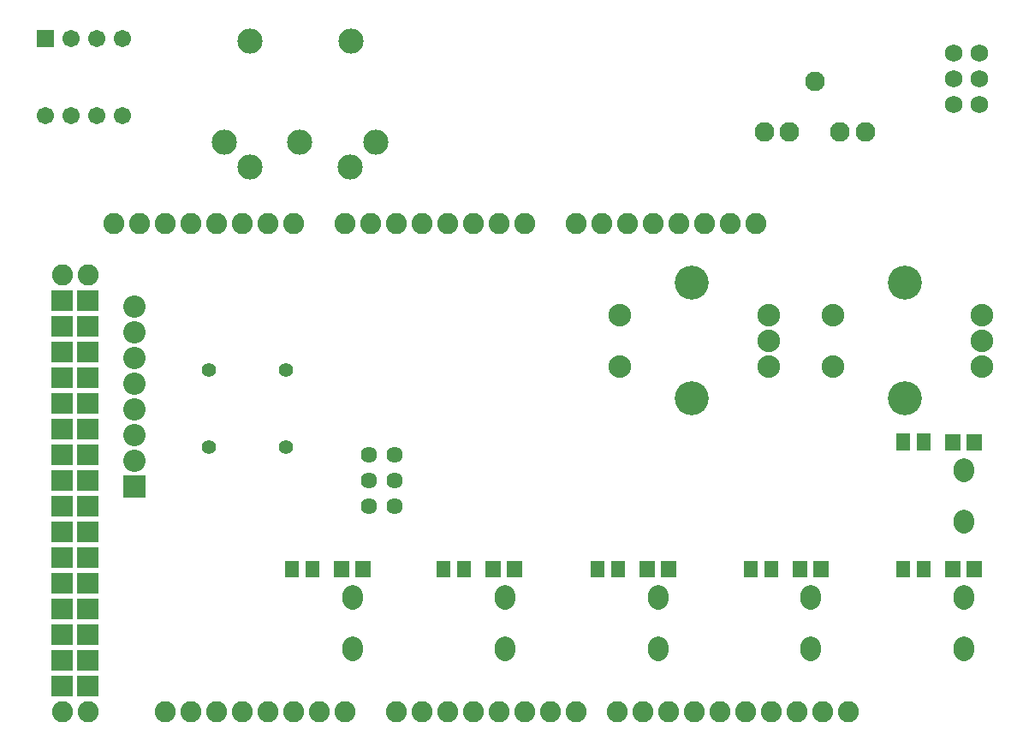
<source format=gts>
G04 Layer: TopSolderMaskLayer*
G04 EasyEDA v6.4.31, 2022-02-04 23:24:27*
G04 1551f2279af443638085206af3fd0dcc,e8ed4560e5824e1ea3c46bb2bbde2574,10*
G04 Gerber Generator version 0.2*
G04 Scale: 100 percent, Rotated: No, Reflected: No *
G04 Dimensions in millimeters *
G04 leading zeros omitted , absolute positions ,4 integer and 5 decimal *
%FSLAX45Y45*%
%MOMM*%

%ADD49C,2.0032*%
%ADD50C,2.4892*%
%ADD52C,1.7032*%
%ADD53C,1.7272*%
%ADD54C,1.9533*%
%ADD55C,1.4031*%
%ADD57C,2.2032*%
%ADD58C,2.0828*%
%ADD60C,1.6180*%
%ADD61C,2.2352*%
%ADD62C,3.3528*%

%LPD*%
D49*
X4622800Y-13759500D02*
G01*
X4622800Y-13799499D01*
X4622800Y-14267500D02*
G01*
X4622800Y-14307499D01*
X6134100Y-13759500D02*
G01*
X6134100Y-13799499D01*
X6134100Y-14267500D02*
G01*
X6134100Y-14307499D01*
X7645400Y-13759500D02*
G01*
X7645400Y-13799499D01*
X7645400Y-14267500D02*
G01*
X7645400Y-14307499D01*
X9156700Y-13759500D02*
G01*
X9156700Y-13799499D01*
X9156700Y-14267500D02*
G01*
X9156700Y-14307499D01*
X10668000Y-13759500D02*
G01*
X10668000Y-13799499D01*
X10668000Y-14267500D02*
G01*
X10668000Y-14307499D01*
X10668000Y-12502200D02*
G01*
X10668000Y-12542199D01*
X10668000Y-13010200D02*
G01*
X10668000Y-13050199D01*
D50*
G01*
X4103370Y-9276079D03*
G01*
X4852670Y-9276079D03*
G01*
X3351529Y-9276079D03*
G01*
X3605529Y-9527539D03*
G01*
X4603750Y-9527539D03*
G01*
X3605529Y-8277860D03*
G01*
X4606290Y-8277860D03*
G36*
X1502410Y-8340089D02*
G01*
X1502410Y-8169910D01*
X1672589Y-8169910D01*
X1672589Y-8340089D01*
G37*
D52*
G01*
X1841500Y-8255000D03*
G01*
X2095500Y-8255000D03*
G01*
X2349500Y-8255000D03*
G01*
X1587500Y-9017000D03*
G01*
X1841500Y-9017000D03*
G01*
X2095500Y-9017000D03*
G01*
X2349500Y-9017000D03*
D53*
G01*
X10566400Y-8394700D03*
G01*
X10566400Y-8648700D03*
G01*
X10566400Y-8902700D03*
G01*
X10820400Y-8902700D03*
G01*
X10820400Y-8648700D03*
G01*
X10820400Y-8394700D03*
D54*
G01*
X9194800Y-8678037D03*
G01*
X8694674Y-9178162D03*
G01*
X8944863Y-9178162D03*
G01*
X9694925Y-9178162D03*
G01*
X9444736Y-9178162D03*
D55*
G01*
X3962400Y-11531600D03*
G01*
X3962400Y-12293600D03*
G01*
X3200400Y-12293600D03*
G01*
X3200400Y-11531600D03*
G36*
X2353310Y-12790424D02*
G01*
X2353310Y-12569952D01*
X2573781Y-12569952D01*
X2573781Y-12790424D01*
G37*
D57*
G01*
X2463545Y-12426187D03*
G01*
X2463545Y-12172187D03*
G01*
X2463545Y-11918187D03*
G01*
X2463545Y-11664187D03*
G01*
X2463545Y-11410187D03*
G01*
X2463545Y-11156187D03*
G01*
X2463545Y-10902187D03*
D58*
G01*
X3784600Y-10083800D03*
G01*
X3530600Y-10083800D03*
G01*
X3276600Y-10083800D03*
G01*
X3022600Y-10083800D03*
G01*
X2768600Y-10083800D03*
G01*
X2514600Y-10083800D03*
G01*
X2260600Y-10083800D03*
G01*
X4038600Y-10083800D03*
G01*
X4292600Y-14909800D03*
G01*
X4038600Y-14909800D03*
G01*
X3784600Y-14909800D03*
G01*
X3530600Y-14909800D03*
G01*
X3276600Y-14909800D03*
G01*
X3022600Y-14909800D03*
G01*
X2768600Y-14909800D03*
G01*
X4546600Y-14909800D03*
G01*
X6070600Y-10083800D03*
G01*
X5816600Y-10083800D03*
G01*
X5562600Y-10083800D03*
G01*
X5308600Y-10083800D03*
G01*
X5054600Y-10083800D03*
G01*
X4800600Y-10083800D03*
G01*
X4546600Y-10083800D03*
G01*
X6324600Y-10083800D03*
G01*
X6578600Y-14909800D03*
G01*
X6324600Y-14909800D03*
G01*
X6070600Y-14909800D03*
G01*
X5816600Y-14909800D03*
G01*
X5562600Y-14909800D03*
G01*
X5308600Y-14909800D03*
G01*
X5054600Y-14909800D03*
G01*
X6832600Y-14909800D03*
G01*
X8763000Y-14909800D03*
G01*
X8509000Y-14909800D03*
G01*
X8255000Y-14909800D03*
G01*
X8001000Y-14909800D03*
G01*
X7747000Y-14909800D03*
G01*
X7493000Y-14909800D03*
G01*
X7239000Y-14909800D03*
G01*
X9017000Y-14909800D03*
G36*
X1648460Y-12981939D02*
G01*
X1648460Y-12773660D01*
X1856739Y-12773660D01*
X1856739Y-12981939D01*
G37*
G36*
X1902460Y-12981939D02*
G01*
X1902460Y-12773660D01*
X2110739Y-12773660D01*
X2110739Y-12981939D01*
G37*
G36*
X1648460Y-13235939D02*
G01*
X1648460Y-13027660D01*
X1856739Y-13027660D01*
X1856739Y-13235939D01*
G37*
G36*
X1902460Y-13235939D02*
G01*
X1902460Y-13027660D01*
X2110739Y-13027660D01*
X2110739Y-13235939D01*
G37*
G36*
X1648460Y-13489939D02*
G01*
X1648460Y-13281660D01*
X1856739Y-13281660D01*
X1856739Y-13489939D01*
G37*
G36*
X1902460Y-13489939D02*
G01*
X1902460Y-13281660D01*
X2110739Y-13281660D01*
X2110739Y-13489939D01*
G37*
G36*
X1648460Y-13743939D02*
G01*
X1648460Y-13535660D01*
X1856739Y-13535660D01*
X1856739Y-13743939D01*
G37*
G36*
X1902460Y-13743939D02*
G01*
X1902460Y-13535660D01*
X2110739Y-13535660D01*
X2110739Y-13743939D01*
G37*
G36*
X1648460Y-13997939D02*
G01*
X1648460Y-13789660D01*
X1856739Y-13789660D01*
X1856739Y-13997939D01*
G37*
G36*
X1902460Y-13997939D02*
G01*
X1902460Y-13789660D01*
X2110739Y-13789660D01*
X2110739Y-13997939D01*
G37*
G36*
X1648460Y-14251939D02*
G01*
X1648460Y-14043660D01*
X1856739Y-14043660D01*
X1856739Y-14251939D01*
G37*
G36*
X1902460Y-14251939D02*
G01*
X1902460Y-14043660D01*
X2110739Y-14043660D01*
X2110739Y-14251939D01*
G37*
G36*
X1648460Y-14505939D02*
G01*
X1648460Y-14297660D01*
X1856739Y-14297660D01*
X1856739Y-14505939D01*
G37*
G36*
X1902460Y-14505939D02*
G01*
X1902460Y-14297660D01*
X2110739Y-14297660D01*
X2110739Y-14505939D01*
G37*
G36*
X1648460Y-14759939D02*
G01*
X1648460Y-14551660D01*
X1856739Y-14551660D01*
X1856739Y-14759939D01*
G37*
G36*
X1902460Y-14759939D02*
G01*
X1902460Y-14551660D01*
X2110739Y-14551660D01*
X2110739Y-14759939D01*
G37*
G36*
X1648460Y-10949939D02*
G01*
X1648460Y-10741660D01*
X1856739Y-10741660D01*
X1856739Y-10949939D01*
G37*
G36*
X1902460Y-10949939D02*
G01*
X1902460Y-10741660D01*
X2110739Y-10741660D01*
X2110739Y-10949939D01*
G37*
G36*
X1648460Y-11203939D02*
G01*
X1648460Y-10995660D01*
X1856739Y-10995660D01*
X1856739Y-11203939D01*
G37*
G36*
X1902460Y-11203939D02*
G01*
X1902460Y-10995660D01*
X2110739Y-10995660D01*
X2110739Y-11203939D01*
G37*
G36*
X1648460Y-11457939D02*
G01*
X1648460Y-11249660D01*
X1856739Y-11249660D01*
X1856739Y-11457939D01*
G37*
G36*
X1902460Y-11457939D02*
G01*
X1902460Y-11249660D01*
X2110739Y-11249660D01*
X2110739Y-11457939D01*
G37*
G36*
X1648460Y-11711939D02*
G01*
X1648460Y-11503660D01*
X1856739Y-11503660D01*
X1856739Y-11711939D01*
G37*
G36*
X1902460Y-11711939D02*
G01*
X1902460Y-11503660D01*
X2110739Y-11503660D01*
X2110739Y-11711939D01*
G37*
G36*
X1648460Y-11965939D02*
G01*
X1648460Y-11757660D01*
X1856739Y-11757660D01*
X1856739Y-11965939D01*
G37*
G36*
X1902460Y-11965939D02*
G01*
X1902460Y-11757660D01*
X2110739Y-11757660D01*
X2110739Y-11965939D01*
G37*
G36*
X1648460Y-12219939D02*
G01*
X1648460Y-12011660D01*
X1856739Y-12011660D01*
X1856739Y-12219939D01*
G37*
G36*
X1902460Y-12219939D02*
G01*
X1902460Y-12011660D01*
X2110739Y-12011660D01*
X2110739Y-12219939D01*
G37*
G36*
X1648460Y-12473939D02*
G01*
X1648460Y-12265660D01*
X1856739Y-12265660D01*
X1856739Y-12473939D01*
G37*
G36*
X1902460Y-12473939D02*
G01*
X1902460Y-12265660D01*
X2110739Y-12265660D01*
X2110739Y-12473939D01*
G37*
G36*
X1648460Y-12727939D02*
G01*
X1648460Y-12519660D01*
X1856739Y-12519660D01*
X1856739Y-12727939D01*
G37*
G36*
X1902460Y-12727939D02*
G01*
X1902460Y-12519660D01*
X2110739Y-12519660D01*
X2110739Y-12727939D01*
G37*
G01*
X2006600Y-10591800D03*
G01*
X1752600Y-10591800D03*
G01*
X2006600Y-14909800D03*
G01*
X1752600Y-14909800D03*
G01*
X8102600Y-10083800D03*
G01*
X7848600Y-10083800D03*
G01*
X7594600Y-10083800D03*
G01*
X7340600Y-10083800D03*
G01*
X7086600Y-10083800D03*
G01*
X6832600Y-10083800D03*
G01*
X9271000Y-14909800D03*
G01*
X9525000Y-14909800D03*
G01*
X8610600Y-10083800D03*
G01*
X8356600Y-10083800D03*
D60*
G01*
X5041900Y-12877800D03*
G01*
X4787900Y-12877800D03*
G01*
X5041900Y-12623800D03*
G01*
X4787900Y-12623800D03*
G01*
X5041900Y-12369800D03*
G01*
X4787900Y-12369800D03*
D61*
G01*
X8737600Y-11493500D03*
G01*
X8737600Y-11239500D03*
G01*
X8737600Y-10985500D03*
G01*
X7264400Y-10985500D03*
G01*
X7264400Y-11493500D03*
D62*
G01*
X7975600Y-11808460D03*
G01*
X7975600Y-10670539D03*
D61*
G01*
X10845800Y-11493500D03*
G01*
X10845800Y-11239500D03*
G01*
X10845800Y-10985500D03*
G01*
X9372600Y-10985500D03*
G01*
X9372600Y-11493500D03*
D62*
G01*
X10083800Y-11808460D03*
G01*
X10083800Y-10670539D03*
G36*
X10003027Y-12325350D02*
G01*
X10003027Y-12160250D01*
X10139172Y-12160250D01*
X10139172Y-12325350D01*
G37*
G36*
X10206227Y-12325350D02*
G01*
X10206227Y-12160250D01*
X10342372Y-12160250D01*
X10342372Y-12325350D01*
G37*
G36*
X10003027Y-13582650D02*
G01*
X10003027Y-13417550D01*
X10139172Y-13417550D01*
X10139172Y-13582650D01*
G37*
G36*
X10206227Y-13582650D02*
G01*
X10206227Y-13417550D01*
X10342372Y-13417550D01*
X10342372Y-13582650D01*
G37*
G36*
X8491727Y-13582650D02*
G01*
X8491727Y-13417550D01*
X8627872Y-13417550D01*
X8627872Y-13582650D01*
G37*
G36*
X8694927Y-13582650D02*
G01*
X8694927Y-13417550D01*
X8831072Y-13417550D01*
X8831072Y-13582650D01*
G37*
G36*
X6980427Y-13582650D02*
G01*
X6980427Y-13417550D01*
X7116572Y-13417550D01*
X7116572Y-13582650D01*
G37*
G36*
X7183627Y-13582650D02*
G01*
X7183627Y-13417550D01*
X7319772Y-13417550D01*
X7319772Y-13582650D01*
G37*
G36*
X5456427Y-13582650D02*
G01*
X5456427Y-13417550D01*
X5592572Y-13417550D01*
X5592572Y-13582650D01*
G37*
G36*
X5659627Y-13582650D02*
G01*
X5659627Y-13417550D01*
X5795772Y-13417550D01*
X5795772Y-13582650D01*
G37*
G36*
X3957827Y-13582650D02*
G01*
X3957827Y-13417550D01*
X4093972Y-13417550D01*
X4093972Y-13582650D01*
G37*
G36*
X4161027Y-13582650D02*
G01*
X4161027Y-13417550D01*
X4297172Y-13417550D01*
X4297172Y-13582650D01*
G37*
G36*
X10694415Y-12323063D02*
G01*
X10694415Y-12162789D01*
X10844784Y-12162789D01*
X10844784Y-12323063D01*
G37*
G36*
X10484358Y-12323063D02*
G01*
X10484358Y-12162789D01*
X10634725Y-12162789D01*
X10634725Y-12323063D01*
G37*
G36*
X10694415Y-13580363D02*
G01*
X10694415Y-13420089D01*
X10844784Y-13420089D01*
X10844784Y-13580363D01*
G37*
G36*
X10484358Y-13580363D02*
G01*
X10484358Y-13420089D01*
X10634725Y-13420089D01*
X10634725Y-13580363D01*
G37*
G36*
X9183115Y-13580363D02*
G01*
X9183115Y-13420089D01*
X9333484Y-13420089D01*
X9333484Y-13580363D01*
G37*
G36*
X8973058Y-13580363D02*
G01*
X8973058Y-13420089D01*
X9123425Y-13420089D01*
X9123425Y-13580363D01*
G37*
G36*
X7675372Y-13580363D02*
G01*
X7675372Y-13420089D01*
X7825740Y-13420089D01*
X7825740Y-13580363D01*
G37*
G36*
X7465313Y-13580363D02*
G01*
X7465313Y-13420089D01*
X7615681Y-13420089D01*
X7615681Y-13580363D01*
G37*
G36*
X6151372Y-13580363D02*
G01*
X6151372Y-13420089D01*
X6301740Y-13420089D01*
X6301740Y-13580363D01*
G37*
G36*
X5941313Y-13580363D02*
G01*
X5941313Y-13420089D01*
X6091681Y-13420089D01*
X6091681Y-13580363D01*
G37*
G36*
X4649215Y-13580363D02*
G01*
X4649215Y-13420089D01*
X4799584Y-13420089D01*
X4799584Y-13580363D01*
G37*
G36*
X4439158Y-13580363D02*
G01*
X4439158Y-13420089D01*
X4589525Y-13420089D01*
X4589525Y-13580363D01*
G37*
M02*

</source>
